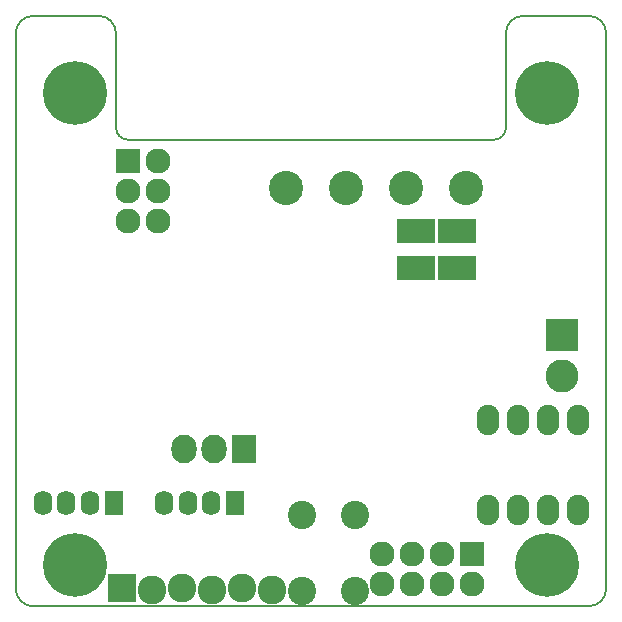
<source format=gbs>
G04 #@! TF.FileFunction,Soldermask,Bot*
%FSLAX46Y46*%
G04 Gerber Fmt 4.6, Leading zero omitted, Abs format (unit mm)*
G04 Created by KiCad (PCBNEW 4.0.2+dfsg1-stable) date Fr 09 Jun 2017 18:55:05 CEST*
%MOMM*%
G01*
G04 APERTURE LIST*
%ADD10C,0.100000*%
%ADD11C,0.150000*%
%ADD12C,5.400000*%
%ADD13R,1.598880X2.099260*%
%ADD14O,1.598880X2.099260*%
%ADD15R,2.127200X2.127200*%
%ADD16O,2.127200X2.127200*%
%ADD17R,2.127200X2.432000*%
%ADD18O,2.127200X2.432000*%
%ADD19R,2.432000X2.432000*%
%ADD20C,2.432000*%
%ADD21O,1.901140X2.599640*%
%ADD22C,2.800000*%
%ADD23R,2.800000X2.800000*%
%ADD24C,2.900000*%
%ADD25C,2.398980*%
%ADD26R,3.200000X2.100000*%
%ADD27R,3.200000X2.099260*%
G04 APERTURE END LIST*
D10*
D11*
X161950000Y-95350000D02*
X161950000Y-103350000D01*
X168950000Y-93850000D02*
X163450000Y-93850000D01*
X127450000Y-93850000D02*
X121950000Y-93850000D01*
X128950000Y-103350000D02*
X128950000Y-95350000D01*
X160950000Y-104350000D02*
X129950000Y-104350000D01*
X160950000Y-104350000D02*
G75*
G03X161950000Y-103350000I0J1000000D01*
G01*
X128950000Y-103350000D02*
G75*
G03X129950000Y-104350000I1000000J0D01*
G01*
X128950000Y-95350000D02*
G75*
G03X127450000Y-93850000I-1500000J0D01*
G01*
X163450000Y-93850000D02*
G75*
G03X161950000Y-95350000I0J-1500000D01*
G01*
X120450000Y-95350000D02*
X120450000Y-142350000D01*
X170450000Y-142350000D02*
X170450000Y-95350000D01*
X120450000Y-142350000D02*
G75*
G03X121950000Y-143850000I1500000J0D01*
G01*
X168950000Y-143850000D02*
G75*
G03X170450000Y-142350000I0J1500000D01*
G01*
X121950000Y-93850000D02*
G75*
G03X120450000Y-95350000I0J-1500000D01*
G01*
X170450000Y-95350000D02*
G75*
G03X168950000Y-93850000I-1500000J0D01*
G01*
X168950000Y-143850000D02*
X121950000Y-143850000D01*
D12*
X165450000Y-140350000D03*
X125450000Y-140350000D03*
X125450000Y-100350000D03*
D13*
X139019280Y-135128000D03*
D14*
X135016240Y-135128000D03*
X137017760Y-135128000D03*
X133017260Y-135128000D03*
D13*
X128732280Y-135128000D03*
D14*
X124729240Y-135128000D03*
X126730760Y-135128000D03*
X122730260Y-135128000D03*
D15*
X129954000Y-106121000D03*
D16*
X132494000Y-106121000D03*
X129954000Y-108661000D03*
X132494000Y-108661000D03*
X129954000Y-111201000D03*
X132494000Y-111201000D03*
D17*
X139800000Y-130500000D03*
D18*
X137260000Y-130500000D03*
X134720000Y-130500000D03*
D19*
X129489200Y-142290800D03*
D20*
X132029200Y-142494000D03*
X134569200Y-142290800D03*
X137109200Y-142494000D03*
X139649200Y-142290800D03*
X142189200Y-142494000D03*
D15*
X159050000Y-139450000D03*
D16*
X159050000Y-141990000D03*
X156510000Y-139450000D03*
X156510000Y-141990000D03*
X153970000Y-139450000D03*
X153970000Y-141990000D03*
X151430000Y-139450000D03*
X151430000Y-141990000D03*
D12*
X165450000Y-100350000D03*
D21*
X168054000Y-128092000D03*
X165514000Y-128092000D03*
X162974000Y-128092000D03*
X160434000Y-128092000D03*
X160434000Y-135712000D03*
X162974000Y-135712000D03*
X165514000Y-135712000D03*
X168054000Y-135712000D03*
D22*
X166700000Y-124350000D03*
D23*
X166700000Y-120850000D03*
D24*
X143330000Y-108450000D03*
X148410000Y-108450000D03*
X158570000Y-108450000D03*
X153490000Y-108450000D03*
D25*
X149214840Y-142595600D03*
X144713960Y-136093200D03*
X144713960Y-142595600D03*
X149214840Y-136093200D03*
D26*
X157787340Y-112064800D03*
X154327860Y-112064800D03*
D27*
X154327860Y-115214400D03*
D26*
X157787340Y-115214400D03*
M02*

</source>
